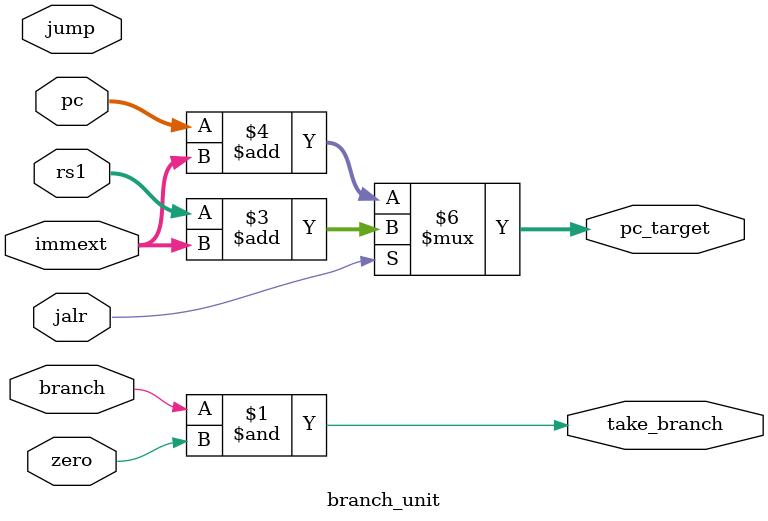
<source format=sv>
module branch_unit (
    input  logic branch,
    input  logic jump,
    input  logic jalr,
    input  logic zero,
    input  logic [31:0] pc,
    input  logic [31:0] immext,
    input  logic [31:0] rs1,
    output logic [31:0] pc_target,
    output logic        take_branch
);
    assign take_branch = branch & zero;

    always_comb begin
        if (jalr)
            pc_target = rs1 + immext; // JALR uses RS1 + imm
        else
            pc_target = pc + immext;  // J-type and B-type target = PC + imm
    end
endmodule

</source>
